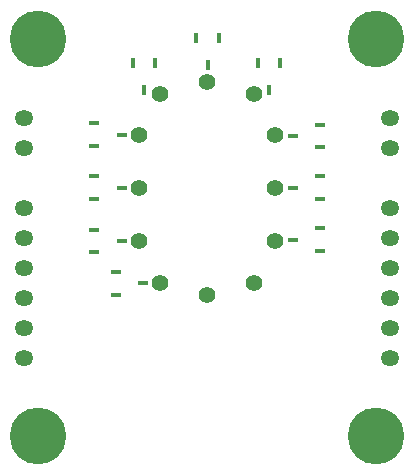
<source format=gbr>
G04 DipTrace 3.1.0.1*
G04 SerialNixieDriver.BottomPaste.gbr*
%MOIN*%
G04 #@! TF.FileFunction,Paste,Bot*
G04 #@! TF.Part,Single*
%ADD41R,0.033307X0.017559*%
%ADD43R,0.017559X0.033307*%
%ADD45C,0.188819*%
%ADD47C,0.054961*%
%ADD49O,0.061969X0.051969*%
%FSLAX26Y26*%
G04*
G70*
G90*
G75*
G01*
G04 BotPaste*
%LPD*%
D49*
X472756Y1481417D3*
Y1581417D3*
X1693228Y1481417D3*
Y1581417D3*
X472756Y1181417D3*
Y981417D3*
Y1081417D3*
Y1281417D3*
X1693228Y1181417D3*
Y981417D3*
Y1081417D3*
Y1281417D3*
X472756Y781417D3*
Y881417D3*
X1693228Y781417D3*
Y881417D3*
D47*
X1082992Y1701102D3*
X1309370Y1346772D3*
Y1523937D3*
X1082992Y992441D3*
X1309370Y1169606D3*
X1240472Y1031811D3*
Y1661732D3*
X925512D3*
X856614Y1523937D3*
Y1346772D3*
Y1169606D3*
X925512Y1031811D3*
D45*
X520000Y1842835D3*
X1645984D3*
X520000Y520000D3*
X1645984D3*
D43*
X1047559Y1848522D3*
X1122362D3*
X1084961Y1757971D3*
X1252283Y1765845D3*
X1327087D3*
X1289685Y1675294D3*
X834961Y1765845D3*
X909764D3*
X872362Y1675294D3*
D41*
X1458759Y1559370D3*
Y1484567D3*
X1368207Y1521969D3*
X707226Y1488504D3*
Y1563307D3*
X797777Y1525906D3*
X1458759Y1386142D3*
Y1311339D3*
X1368207Y1348740D3*
X707226Y1311339D3*
Y1386142D3*
X797777Y1348740D3*
X1458759Y1212913D3*
Y1138110D3*
X1368207Y1175512D3*
X707226Y1134173D3*
Y1208976D3*
X797777Y1171575D3*
X778092Y992441D3*
Y1067244D3*
X868643Y1029843D3*
M02*

</source>
